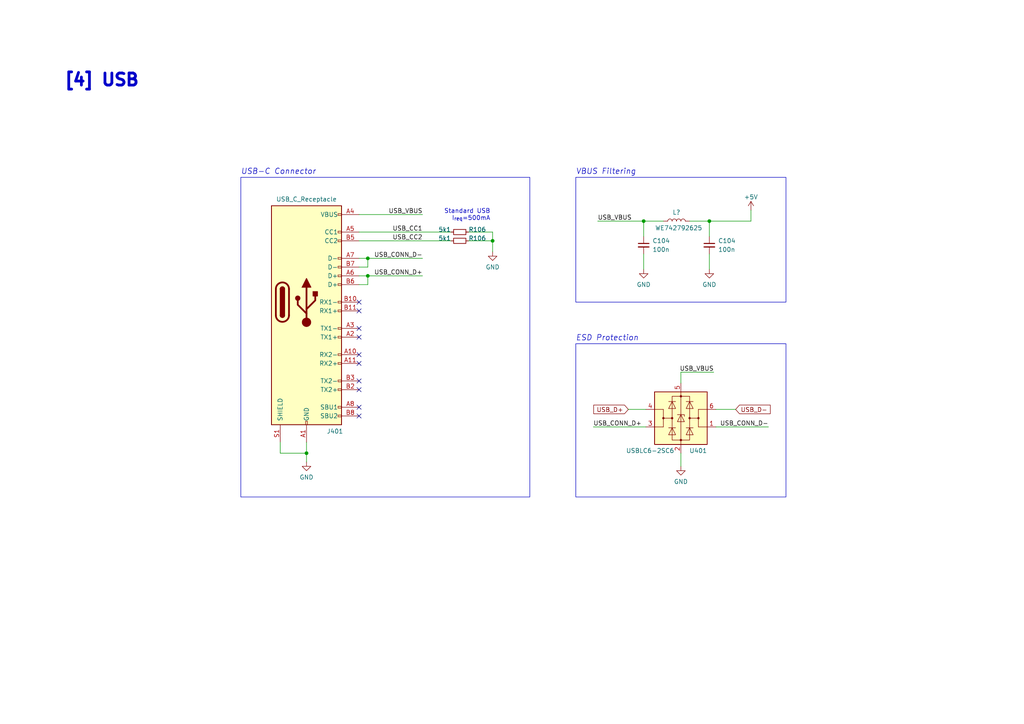
<source format=kicad_sch>
(kicad_sch (version 20230121) (generator eeschema)
  (paper "A4")
  (title_block (title "USB") (date "2023-11-26") (rev "1.0"))
  (lib_symbols
    (symbol "Connector:USB_C_Receptacle" (pin_names (offset 1.016))
      (property "Reference" "J" (at -10.16 29.21 0))
      (property "Value" "USB_C_Receptacle" (at 10.16 29.21 0))
      (symbol "USB_C_Receptacle_0_0"
        (rectangle (start -0.254 -35.56) (end 0.254 -34.544))
        (rectangle (start 10.16 -32.766) (end 9.144 -33.274))
        (rectangle (start 10.16 -30.226) (end 9.144 -30.734))
        (rectangle (start 10.16 -25.146) (end 9.144 -25.654))
        (rectangle (start 10.16 -22.606) (end 9.144 -23.114))
        (rectangle (start 10.16 -17.526) (end 9.144 -18.034))
        (rectangle (start 10.16 -14.986) (end 9.144 -15.494))
        (rectangle (start 10.16 -9.906) (end 9.144 -10.414))
        (rectangle (start 10.16 -7.366) (end 9.144 -7.874))
        (rectangle (start 10.16 -2.286) (end 9.144 -2.794))
        (rectangle (start 10.16 0.254) (end 9.144 -0.254))
        (rectangle (start 10.16 5.334) (end 9.144 4.826))
        (rectangle (start 10.16 7.874) (end 9.144 7.366))
        (rectangle (start 10.16 10.414) (end 9.144 9.906))
        (rectangle (start 10.16 12.954) (end 9.144 12.446))
        (rectangle (start 10.16 18.034) (end 9.144 17.526))
        (rectangle (start 10.16 20.574) (end 9.144 20.066))
        (rectangle (start 10.16 25.654) (end 9.144 25.146))
      )
      (symbol "USB_C_Receptacle_0_1"
        (rectangle (start -10.16 27.94) (end 10.16 -35.56) (stroke (width 0.254)) (fill (type background)))
        (arc (start -8.89 -3.81) (mid -6.985 -5.7067) (end -5.08 -3.81) (stroke (width 0.508)))
        (arc (start -7.62 -3.81) (mid -6.985 -4.4423) (end -6.35 -3.81) (stroke (width 0.254)))
        (arc (start -7.62 -3.81) (mid -6.985 -4.4423) (end -6.35 -3.81) (stroke (width 0.254)) (fill (type outline)))
        (rectangle (start -7.62 -3.81) (end -6.35 3.81) (stroke (width 0.254)) (fill (type outline)))
        (arc (start -6.35 3.81) (mid -6.985 4.4423) (end -7.62 3.81) (stroke (width 0.254)))
        (arc (start -6.35 3.81) (mid -6.985 4.4423) (end -7.62 3.81) (stroke (width 0.254)) (fill (type outline)))
        (arc (start -5.08 3.81) (mid -6.985 5.7067) (end -8.89 3.81) (stroke (width 0.508)))
        (polyline (pts (xy -8.89 -3.81) (xy -8.89 3.81)) (stroke (width 0.508)))
        (polyline (pts (xy -5.08 3.81) (xy -5.08 -3.81)) (stroke (width 0.508)))
      )
      (symbol "USB_C_Receptacle_1_1"
        (circle (center -2.54 1.143) (radius 0.635) (stroke (width 0.254)) (fill (type outline)))
        (circle (center 0 -5.842) (radius 1.27) (fill (type outline)))
        (polyline (pts (xy 0 -5.842) (xy 0 4.318)) (stroke (width 0.508)))
        (polyline (pts (xy 0 -3.302) (xy -2.54 -0.762) (xy -2.54 0.508)) (stroke (width 0.508)))
        (polyline (pts (xy 0 -2.032) (xy 2.54 0.508) (xy 2.54 1.778)) (stroke (width 0.508)))
        (polyline (pts (xy -1.27 4.318) (xy 0 6.858) (xy 1.27 4.318) (xy -1.27 4.318)) (stroke (width 0.254)) (fill (type outline)))
        (rectangle (start 1.905 1.778) (end 3.175 3.048) (stroke (width 0.254)) (fill (type outline)))
        (pin passive line (at 0 -40.64 90) (length 5.08) (name "GND") (number "A1"))
        (pin bidirectional line (at 15.24 -15.24 180) (length 5.08) (name "RX2-") (number "A10"))
        (pin bidirectional line (at 15.24 -17.78 180) (length 5.08) (name "RX2+") (number "A11"))
        (pin passive line (at 0 -40.64 90) (length 5.08) hide (name "GND") (number "A12"))
        (pin bidirectional line (at 15.24 -10.16 180) (length 5.08) (name "TX1+") (number "A2"))
        (pin bidirectional line (at 15.24 -7.62 180) (length 5.08) (name "TX1-") (number "A3"))
        (pin passive line (at 15.24 25.4 180) (length 5.08) (name "VBUS") (number "A4"))
        (pin bidirectional line (at 15.24 20.32 180) (length 5.08) (name "CC1") (number "A5"))
        (pin bidirectional line (at 15.24 7.62 180) (length 5.08) (name "D+") (number "A6"))
        (pin bidirectional line (at 15.24 12.7 180) (length 5.08) (name "D-") (number "A7"))
        (pin bidirectional line (at 15.24 -30.48 180) (length 5.08) (name "SBU1") (number "A8"))
        (pin passive line (at 15.24 25.4 180) (length 5.08) hide (name "VBUS") (number "A9"))
        (pin passive line (at 0 -40.64 90) (length 5.08) hide (name "GND") (number "B1"))
        (pin bidirectional line (at 15.24 0 180) (length 5.08) (name "RX1-") (number "B10"))
        (pin bidirectional line (at 15.24 -2.54 180) (length 5.08) (name "RX1+") (number "B11"))
        (pin passive line (at 0 -40.64 90) (length 5.08) hide (name "GND") (number "B12"))
        (pin bidirectional line (at 15.24 -25.4 180) (length 5.08) (name "TX2+") (number "B2"))
        (pin bidirectional line (at 15.24 -22.86 180) (length 5.08) (name "TX2-") (number "B3"))
        (pin passive line (at 15.24 25.4 180) (length 5.08) hide (name "VBUS") (number "B4"))
        (pin bidirectional line (at 15.24 17.78 180) (length 5.08) (name "CC2") (number "B5"))
        (pin bidirectional line (at 15.24 5.08 180) (length 5.08) (name "D+") (number "B6"))
        (pin bidirectional line (at 15.24 10.16 180) (length 5.08) (name "D-") (number "B7"))
        (pin bidirectional line (at 15.24 -33.02 180) (length 5.08) (name "SBU2") (number "B8"))
        (pin passive line (at 15.24 25.4 180) (length 5.08) hide (name "VBUS") (number "B9"))
        (pin passive line (at -7.62 -40.64 90) (length 5.08) (name "SHIELD") (number "S1"))
      )
    )
    (symbol "Device:C_Small" (pin_numbers hide) (pin_names (offset 0.254) hide)
      (property "Reference" "C" (at 0.254 1.778 0))
      (property "Value" "C_Small" (at 0.254 -2.032 0))
      (symbol "C_Small_0_1"
        (polyline (pts (xy -1.524 -0.508) (xy 1.524 -0.508)) (stroke (width 0.3302)))
        (polyline (pts (xy -1.524 0.508) (xy 1.524 0.508)) (stroke (width 0.3048)))
      )
      (symbol "C_Small_1_1"
        (pin passive line (at 0 2.54 270) (length 2.032) (name "~") (number "1"))
        (pin passive line (at 0 -2.54 90) (length 2.032) (name "~") (number "2"))
      )
    )
    (symbol "Device:L" (pin_numbers hide) (pin_names (offset 1.016) hide)
      (property "Reference" "L" (at -1.27 0 90))
      (property "Value" "L" (at 1.905 0 90))
      (symbol "L_0_1"
        (arc (start 0 -2.54) (mid 0.6323 -1.905) (end 0 -1.27))
        (arc (start 0 -1.27) (mid 0.6323 -0.635) (end 0 0))
        (arc (start 0 0) (mid 0.6323 0.635) (end 0 1.27))
        (arc (start 0 1.27) (mid 0.6323 1.905) (end 0 2.54))
      )
      (symbol "L_1_1"
        (pin passive line (at 0 3.81 270) (length 1.27) (name "1") (number "1"))
        (pin passive line (at 0 -3.81 90) (length 1.27) (name "2") (number "2"))
      )
    )
    (symbol "Device:R_Small" (pin_numbers hide) (pin_names (offset 0.254) hide)
      (property "Reference" "R" (at 0.762 0.508 0))
      (property "Value" "R_Small" (at 0.762 -1.016 0))
      (symbol "R_Small_0_1"
        (rectangle (start -0.762 1.778) (end 0.762 -1.778) (stroke (width 0.2032)))
      )
      (symbol "R_Small_1_1"
        (pin passive line (at 0 2.54 270) (length 0.762) (name "~") (number "1"))
        (pin passive line (at 0 -2.54 90) (length 0.762) (name "~") (number "2"))
      )
    )
    (symbol "Power_Protection:USBLC6-2SC6" (pin_names hide)
      (property "Reference" "U" (at 2.54 8.89 0))
      (property "Value" "USBLC6-2SC6" (at 2.54 -8.89 0))
      (symbol "USBLC6-2SC6_0_1"
        (rectangle (start -7.62 -7.62) (end 7.62 7.62) (stroke (width 0.254)) (fill (type background)))
        (circle (center -5.08 0) (radius 0.254) (fill (type outline)))
        (circle (center -2.54 0) (radius 0.254) (fill (type outline)))
        (rectangle (start -2.54 6.35) (end 2.54 -6.35))
        (circle (center 0 -6.35) (radius 0.254) (fill (type outline)))
        (polyline (pts (xy -5.08 -2.54) (xy -7.62 -2.54)))
        (polyline (pts (xy -5.08 0) (xy -5.08 -2.54)))
        (polyline (pts (xy -5.08 2.54) (xy -7.62 2.54)))
        (polyline (pts (xy -1.524 -2.794) (xy -3.556 -2.794)))
        (polyline (pts (xy -1.524 4.826) (xy -3.556 4.826)))
        (polyline (pts (xy 0 -7.62) (xy 0 -6.35)))
        (polyline (pts (xy 0 -6.35) (xy 0 1.27)))
        (polyline (pts (xy 0 1.27) (xy 0 6.35)))
        (polyline (pts (xy 0 6.35) (xy 0 7.62)))
        (polyline (pts (xy 1.524 -2.794) (xy 3.556 -2.794)))
        (polyline (pts (xy 1.524 4.826) (xy 3.556 4.826)))
        (polyline (pts (xy 5.08 -2.54) (xy 7.62 -2.54)))
        (polyline (pts (xy 5.08 0) (xy 5.08 -2.54)))
        (polyline (pts (xy 5.08 2.54) (xy 7.62 2.54)))
        (polyline (pts (xy -2.54 0) (xy -5.08 0) (xy -5.08 2.54)))
        (polyline (pts (xy 2.54 0) (xy 5.08 0) (xy 5.08 2.54)))
        (polyline (pts (xy -3.556 -4.826) (xy -1.524 -4.826) (xy -2.54 -2.794) (xy -3.556 -4.826)))
        (polyline (pts (xy -3.556 2.794) (xy -1.524 2.794) (xy -2.54 4.826) (xy -3.556 2.794)))
        (polyline (pts (xy -1.016 -1.016) (xy 1.016 -1.016) (xy 0 1.016) (xy -1.016 -1.016)))
        (polyline (pts (xy 1.016 1.016) (xy 0.762 1.016) (xy -1.016 1.016) (xy -1.016 0.508)))
        (polyline (pts (xy 3.556 -4.826) (xy 1.524 -4.826) (xy 2.54 -2.794) (xy 3.556 -4.826)))
        (polyline (pts (xy 3.556 2.794) (xy 1.524 2.794) (xy 2.54 4.826) (xy 3.556 2.794)))
        (circle (center 0 6.35) (radius 0.254) (fill (type outline)))
        (circle (center 2.54 0) (radius 0.254) (fill (type outline)))
        (circle (center 5.08 0) (radius 0.254) (fill (type outline)))
      )
      (symbol "USBLC6-2SC6_1_1"
        (pin passive line (at -10.16 -2.54 0) (length 2.54) (name "I/O1") (number "1"))
        (pin passive line (at 0 -10.16 90) (length 2.54) (name "GND") (number "2"))
        (pin passive line (at 10.16 -2.54 180) (length 2.54) (name "I/O2") (number "3"))
        (pin passive line (at 10.16 2.54 180) (length 2.54) (name "I/O2") (number "4"))
        (pin passive line (at 0 10.16 270) (length 2.54) (name "VBUS") (number "5"))
        (pin passive line (at -10.16 2.54 0) (length 2.54) (name "I/O1") (number "6"))
      )
    )
    (symbol "power:+5V_USB" (power) (pin_names (offset 0))
      (property "Value" "+5V_USB" (at 0 3.556 0))
      (symbol "+5V_USB_0_1"
        (polyline (pts (xy -0.762 1.27) (xy 0 2.54)))
        (polyline (pts (xy 0 0) (xy 0 2.54)))
        (polyline (pts (xy 0 2.54) (xy 0.762 1.27)))
      )
      (symbol "+5V_USB_1_1"
        (pin power_in line (at 0 0 90) (length 0) hide (name "+5V") (number "1"))
      )
    )
    (symbol "power:GND" (power) (pin_names (offset 0))
      (property "Value" "GND" (at 0 -3.81 0))
      (symbol "GND_0_1"
        (polyline (pts (xy 0 0) (xy 0 -1.27) (xy 1.27 -1.27) (xy 0 -2.54) (xy -1.27 -1.27) (xy 0 -1.27)))
      )
      (symbol "GND_1_1"
        (pin power_in line (at 0 0 270) (length 0) hide (name "GND") (number "1"))
      )
    )
  )
  (junction (at 186.69 64.135))
  (junction (at 106.68 80.01))
  (junction (at 205.74 64.135))
  (junction (at 142.875 69.85))
  (junction (at 106.68 74.93))
  (junction (at 88.9 131.445))
  (no_connect (at 104.14 118.11))
  (no_connect (at 104.14 90.17))
  (no_connect (at 104.14 102.87))
  (no_connect (at 104.14 87.63))
  (no_connect (at 104.14 113.03))
  (no_connect (at 104.14 120.65))
  (no_connect (at 104.14 110.49))
  (no_connect (at 104.14 95.25))
  (no_connect (at 104.14 97.79))
  (no_connect (at 104.14 105.41))
  (wire (pts (xy 106.68 77.47) (xy 104.14 77.47)))
  (wire (pts (xy 197.485 107.95) (xy 197.485 111.125)))
  (wire (pts (xy 88.9 131.445) (xy 88.9 133.985)))
  (wire (pts (xy 205.74 73.66) (xy 205.74 78.105)))
  (wire (pts (xy 81.28 128.27) (xy 81.28 131.445)))
  (wire (pts (xy 130.81 67.31) (xy 104.14 67.31)))
  (wire (pts (xy 207.01 107.95) (xy 197.485 107.95)))
  (wire (pts (xy 182.245 118.745) (xy 187.325 118.745)))
  (wire (pts (xy 81.28 131.445) (xy 88.9 131.445)))
  (wire (pts (xy 207.645 123.825) (xy 222.885 123.825)))
  (wire (pts (xy 106.68 80.01) (xy 106.68 82.55)))
  (wire (pts (xy 207.645 118.745) (xy 213.36 118.745)))
  (wire (pts (xy 104.14 74.93) (xy 106.68 74.93)))
  (wire (pts (xy 186.69 64.135) (xy 192.405 64.135)))
  (wire (pts (xy 122.555 62.23) (xy 104.14 62.23)))
  (wire (pts (xy 217.805 60.96) (xy 217.805 64.135)))
  (wire (pts (xy 135.89 67.31) (xy 142.875 67.31)))
  (wire (pts (xy 173.355 64.135) (xy 186.69 64.135)))
  (wire (pts (xy 106.68 74.93) (xy 106.68 77.47)))
  (wire (pts (xy 122.555 80.01) (xy 106.68 80.01)))
  (wire (pts (xy 205.74 64.135) (xy 217.805 64.135)))
  (wire (pts (xy 172.085 123.825) (xy 187.325 123.825)))
  (wire (pts (xy 205.74 64.135) (xy 205.74 68.58)))
  (wire (pts (xy 186.69 73.66) (xy 186.69 78.105)))
  (wire (pts (xy 106.68 82.55) (xy 104.14 82.55)))
  (wire (pts (xy 135.89 69.85) (xy 142.875 69.85)))
  (wire (pts (xy 122.555 74.93) (xy 106.68 74.93)))
  (wire (pts (xy 186.69 68.58) (xy 186.69 64.135)))
  (wire (pts (xy 104.14 80.01) (xy 106.68 80.01)))
  (wire (pts (xy 197.485 131.445) (xy 197.485 135.255)))
  (wire (pts (xy 200.025 64.135) (xy 205.74 64.135)))
  (wire (pts (xy 142.875 69.85) (xy 142.875 73.025)))
  (wire (pts (xy 142.875 67.31) (xy 142.875 69.85)))
  (wire (pts (xy 130.81 69.85) (xy 104.14 69.85)))
  (wire (pts (xy 88.9 128.27) (xy 88.9 131.445)))
  (rectangle (start 69.85 51.435) (end 153.67 144.145))
  (rectangle (start 167.005 51.435) (end 227.965 87.63))
  (rectangle (start 167.005 99.695) (end 227.965 144.145))
  (text "Standard USB\nI_{req}=500mA" (at 142.24 64.135 0) (effects (font (size 1.27 1.27)) (justify right bottom)))
  (text "VBUS Filtering\n" (at 167.005 50.8 0) (effects (font (size 1.6 1.6) italic) (justify left bottom)))
  (text "ESD Protection\n" (at 167.005 99.06 0) (effects (font (size 1.6 1.6) italic) (justify left bottom)))
  (text "USB-C Connector\n" (at 69.85 50.8 0) (effects (font (size 1.6 1.6) italic) (justify left bottom)))
  (text "[4] USB" (at 18.415 25.4 0) (effects (font (size 3.5 3.5) (thickness 0.8) bold) (justify left bottom)))
  (label "USB_CONN_D-" (at 222.885 123.825 180))
  (label "USB_VBUS" (at 173.355 64.135 0))
  (label "USB_CONN_D+" (at 122.555 80.01 180))
  (label "USB_VBUS" (at 207.01 107.95 180))
  (label "USB_VBUS" (at 122.555 62.23 180))
  (label "USB_CONN_D+" (at 172.085 123.825 0))
  (label "USB_CC1" (at 122.555 67.31 180))
  (label "USB_CONN_D-" (at 122.555 74.93 180))
  (label "USB_CC2" (at 122.555 69.85 180))
  (global_label "USB_D-" (shape input) (at 213.36 118.745 0) (property "Intersheetrefs" "${INTERSHEET_REFS}" (effects hide)))
  (global_label "USB_D+" (shape input) (at 182.245 118.745 180) (property "Intersheetrefs" "${INTERSHEET_REFS}" (effects hide)))
  (symbol (lib_id "Connector:USB_C_Receptacle") (at 88.9 87.63 0) (unit 1)
    (property "Reference" "J401" (at 97.155 125.095 0))
    (property "Value" "USB_C_Receptacle" (at 88.9 57.785 0))
    (property "Footprint" "Connector_USB:USB_C_Receptacle_XKB_U262-16XN-4BVC11" (effects hide))
    (property "Datasheet" "https://www.usb.org/sites/default/files/documents/usb_type-c.zip" (effects hide))
    (property "Link" "https://www.digikey.de/de/products/detail/gct/USB4105-GF-A/11198441" (effects hide))
  )
  (symbol (lib_id "Device:R_Small") (at 133.35 67.31 90) (mirror x) (unit 1)
    (property "Reference" "R106" (at 135.89 67.31 90) (effects (justify right bottom)))
    (property "Value" "5k1" (at 130.81 67.31 90) (effects (justify left bottom)))
    (property "Footprint" "Resistor_SMD:R_0402_1005Metric_Pad0.72x0.64mm_HandSolder" (effects hide))
    (instances (project "ESC_R1" (path "" (reference "R106") (unit 1)) (path "" (reference "R401") (unit 1))))
  )
  (symbol (lib_id "power:GND") (at 142.875 73.025 0) (mirror y) (unit 1)
    (property "Reference" "#PWR03" (effects hide))
    (property "Value" "GND" (at 142.875 77.47 0))
    (instances (project "ESC_R1" (path "" (reference "#PWR03") (unit 1)) (path "" (reference "#PWR011") (unit 1))))
  )
  (symbol (lib_id "power:GND") (at 197.485 135.255 0) (unit 1)
    (property "Reference" "#PWR03" (effects hide))
    (property "Value" "GND" (at 197.485 139.7 0))
    (instances (project "ESC_R1" (path "" (reference "#PWR03") (unit 1)) (path "" (reference "#PWR08") (unit 1))))
  )
  (symbol (lib_id "power:+5V_USB") (at 217.805 60.96 0) (unit 1)
    (property "Reference" "#PWR012" (effects hide))
    (property "Value" "+5V_USB" (at 217.805 57.15 0))
  )
  (symbol (lib_id "Device:L") (at 196.215 64.135 90) (unit 1)
    (property "Reference" "L?" (at 196.215 61.595 90))
    (property "Value" "WE742792625" (at 196.85 65.405 90) (effects (justify bottom)))
    (property "Footprint" "Inductor_SMD:L_0603_1608Metric_Pad1.05x0.95mm_HandSolder" (effects hide))
    (property "Link" "https://www.digikey.de/en/products/detail/w%C3%BCrth-elektronik/742792625/4310426" (effects hide))
    (instances (project "ESC_R1" (path "" (reference "L?") (unit 1)) (path "" (reference "L401") (unit 1))))
  )
  (symbol (lib_id "power:GND") (at 186.69 78.105 0) (unit 1)
    (property "Reference" "#PWR03" (effects hide))
    (property "Value" "GND" (at 186.69 82.55 0))
    (instances (project "ESC_R1" (path "" (reference "#PWR03") (unit 1)) (path "" (reference "#PWR010") (unit 1))))
  )
  (symbol (lib_id "power:GND") (at 205.74 78.105 0) (unit 1)
    (property "Reference" "#PWR03" (effects hide))
    (property "Value" "GND" (at 205.74 82.55 0))
    (instances (project "ESC_R1" (path "" (reference "#PWR03") (unit 1)) (path "" (reference "#PWR013") (unit 1))))
  )
  (symbol (lib_id "Device:C_Small") (at 186.69 71.12 0) (unit 1)
    (property "Reference" "C104" (at 189.23 69.8438 0) (effects (justify left)))
    (property "Value" "100n" (at 189.23 72.39 0) (effects (justify left)))
    (property "Footprint" "Capacitor_SMD:C_0402_1005Metric_Pad0.74x0.62mm_HandSolder" (effects hide))
    (instances (project "ESC_R1" (path "" (reference "C104") (unit 1)) (path "" (reference "C401") (unit 1))))
  )
  (symbol (lib_id "Device:C_Small") (at 205.74 71.12 0) (unit 1)
    (property "Reference" "C104" (at 208.28 69.8438 0) (effects (justify left)))
    (property "Value" "100n" (at 208.28 72.39 0) (effects (justify left)))
    (property "Footprint" "Capacitor_SMD:C_0402_1005Metric_Pad0.74x0.62mm_HandSolder" (effects hide))
    (instances (project "ESC_R1" (path "" (reference "C104") (unit 1)) (path "" (reference "C402") (unit 1))))
  )
  (symbol (lib_id "Power_Protection:USBLC6-2SC6") (at 197.485 121.285 0) (mirror y) (unit 1)
    (property "Reference" "U401" (at 205.105 131.445 0) (effects (justify left bottom)))
    (property "Value" "USBLC6-2SC6" (at 195.58 131.445 0) (effects (justify left bottom)))
    (property "Footprint" "Package_TO_SOT_SMD:SOT-23-6" (effects hide))
    (property "Datasheet" "https://www.st.com/resource/en/datasheet/usblc6-2.pdf" (effects hide))
    (property "Link" "https://www.digikey.de/en/products/detail/stmicroelectronics/USBLC6-2SC6/1040559" (effects hide))
  )
  (symbol (lib_id "power:GND") (at 88.9 133.985 0) (mirror y) (unit 1)
    (property "Reference" "#PWR03" (effects hide))
    (property "Value" "GND" (at 88.9 138.43 0))
    (instances (project "ESC_R1" (path "" (reference "#PWR03") (unit 1)) (path "" (reference "#PWR09") (unit 1))))
  )
  (symbol (lib_id "Device:R_Small") (at 133.35 69.85 90) (mirror x) (unit 1)
    (property "Reference" "R106" (at 135.89 69.85 90) (effects (justify right bottom)))
    (property "Value" "5k1" (at 130.81 69.85 90) (effects (justify left bottom)))
    (property "Footprint" "Resistor_SMD:R_0402_1005Metric_Pad0.72x0.64mm_HandSolder" (effects hide))
    (instances (project "ESC_R1" (path "" (reference "R106") (unit 1)) (path "" (reference "R402") (unit 1))))
  )
)
</source>
